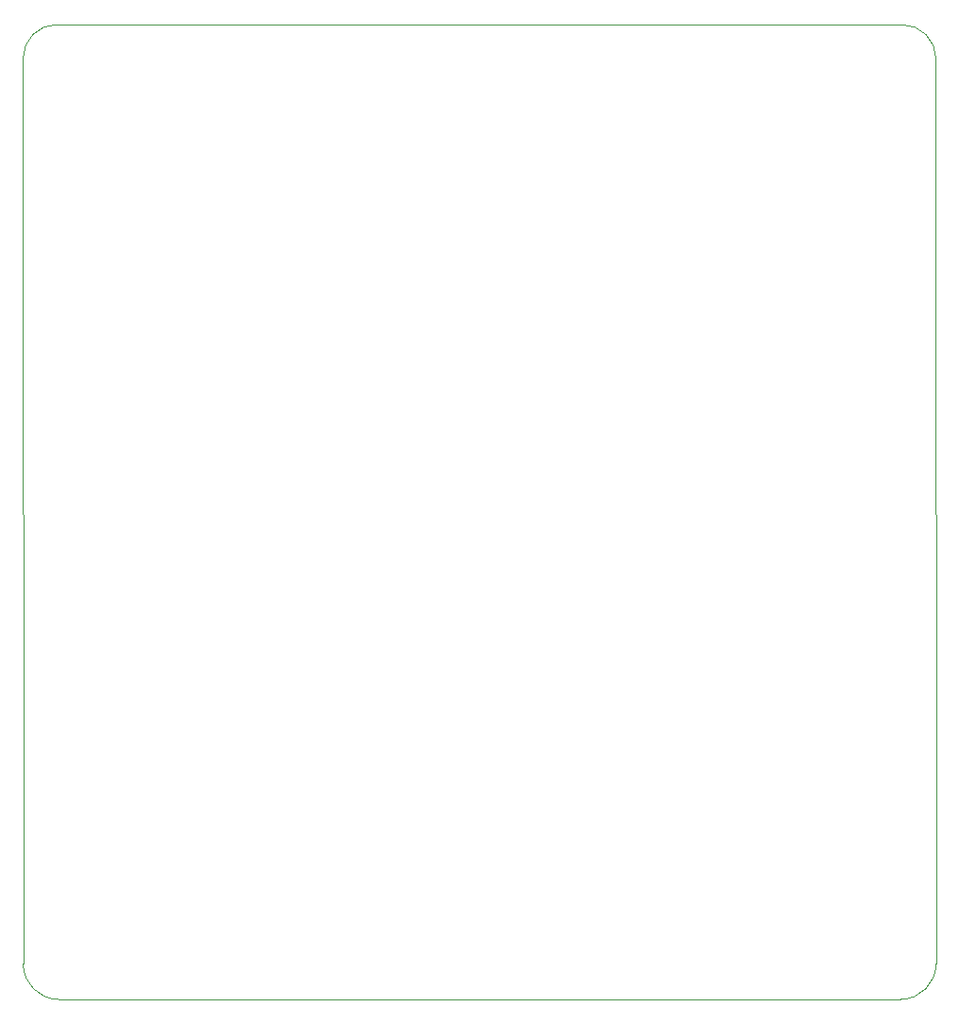
<source format=gbr>
%TF.GenerationSoftware,KiCad,Pcbnew,8.0.5-dirty*%
%TF.CreationDate,2024-10-03T21:51:06-04:00*%
%TF.ProjectId,cool-keyboard,636f6f6c-2d6b-4657-9962-6f6172642e6b,rev?*%
%TF.SameCoordinates,Original*%
%TF.FileFunction,Profile,NP*%
%FSLAX46Y46*%
G04 Gerber Fmt 4.6, Leading zero omitted, Abs format (unit mm)*
G04 Created by KiCad (PCBNEW 8.0.5-dirty) date 2024-10-03 21:51:06*
%MOMM*%
%LPD*%
G01*
G04 APERTURE LIST*
%TA.AperFunction,Profile*%
%ADD10C,0.050000*%
%TD*%
G04 APERTURE END LIST*
D10*
X184150000Y-138176099D02*
X108616750Y-138176000D01*
X187325000Y-135001099D02*
G75*
G02*
X184150000Y-138176100I-3175100J99D01*
G01*
X108458000Y-50803896D02*
X184286186Y-50816881D01*
X108616750Y-138176000D02*
G75*
G02*
X105441700Y-135001000I50J3175100D01*
G01*
X184286186Y-50816881D02*
G75*
G02*
X187308119Y-53838814I14J-3021919D01*
G01*
X187308119Y-53838814D02*
X187325000Y-135001099D01*
X105441750Y-135001000D02*
X105436067Y-53825829D01*
X105436067Y-53825829D02*
G75*
G02*
X108458000Y-50803867I3021933J29D01*
G01*
M02*

</source>
